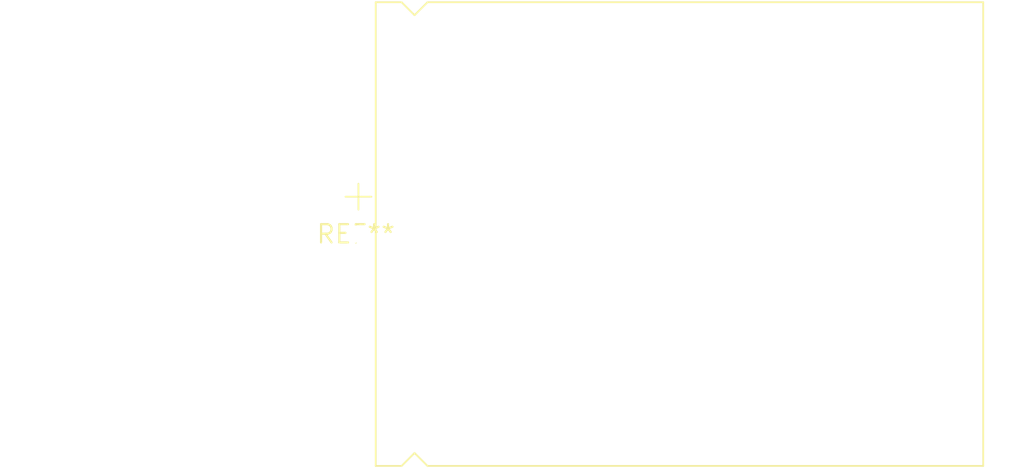
<source format=kicad_pcb>
(kicad_pcb (version 20240108) (generator pcbnew)
  (layers (0 "F.Cu" signal) (31 "B.Cu" signal) (34 "B.Paste" user) (35 "F.Paste" user) (36 "B.SilkS" user "B.Silkscreen") (37 "F.SilkS" user "F.Silkscreen") (38 "B.Mask" user) (39 "F.Mask" user) (44 "Edge.Cuts" user))
  (net 0 "")
  (footprint "CP_Axial_L42.0mm_D32.0mm_P45.00mm_Horizontal" (layer "F.Cu") (at 0 0)
    (property "Reference" "REF**")
    (property "Value" "CP_Axial_L42.0mm_D32.0mm_P45.00mm_Horizontal")
    (fp_line (start -0.72 -2.6) (end 1.08 -2.6) (layer "F.SilkS") (stroke (width 0.12)))
    (fp_line (start 0.18 -3.5) (end 0.18 -1.7) (layer "F.SilkS") (stroke (width 0.12)))
    (fp_line (start 1.38 -16.12) (end 1.38 16.12) (layer "F.SilkS") (stroke (width 0.12)))
    (fp_line (start 1.38 -16.12) (end 3.18 -16.12) (layer "F.SilkS") (stroke (width 0.12)))
    (fp_line (start 1.38 16.12) (end 3.18 16.12) (layer "F.SilkS") (stroke (width 0.12)))
    (fp_line (start 3.18 -16.12) (end 4.08 -15.22) (layer "F.SilkS") (stroke (width 0.12)))
    (fp_line (start 3.18 16.12) (end 4.08 15.22) (layer "F.SilkS") (stroke (width 0.12)))
    (fp_line (start 4.08 -15.22) (end 4.98 -16.12) (layer "F.SilkS") (stroke (width 0.12)))
    (fp_line (start 4.08 15.22) (end 4.98 16.12) (layer "F.SilkS") (stroke (width 0.12)))
    (fp_line (start 4.98 -16.12) (end 43.62 -16.12) (layer "F.SilkS") (stroke (width 0.12)))
    (fp_line (start 4.98 16.12) (end 43.62 16.12) (layer "F.SilkS") (stroke (width 0.12)))
    (fp_line (start 43.62 -16.12) (end 43.62 16.12) (layer "F.SilkS") (stroke (width 0.12)))
    (pad "1" thru_hole rect (at 0 0) (size 2.4 2.4) (drill 1.2) (layers *.Cu *.Mask) (remove_unused_layers))
    (pad "2" thru_hole oval (at 45 0) (size 2.4 2.4) (drill 1.2) (layers *.Cu *.Mask) (remove_unused_layers))
  )
)
</source>
